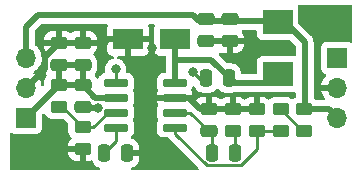
<source format=gtl>
G04 #@! TF.GenerationSoftware,KiCad,Pcbnew,(6.0.4)*
G04 #@! TF.CreationDate,2022-05-06T11:38:26-05:00*
G04 #@! TF.ProjectId,12v_buck_converter,3132765f-6275-4636-9b5f-636f6e766572,rev?*
G04 #@! TF.SameCoordinates,Original*
G04 #@! TF.FileFunction,Copper,L1,Top*
G04 #@! TF.FilePolarity,Positive*
%FSLAX46Y46*%
G04 Gerber Fmt 4.6, Leading zero omitted, Abs format (unit mm)*
G04 Created by KiCad (PCBNEW (6.0.4)) date 2022-05-06 11:38:26*
%MOMM*%
%LPD*%
G01*
G04 APERTURE LIST*
G04 Aperture macros list*
%AMRoundRect*
0 Rectangle with rounded corners*
0 $1 Rounding radius*
0 $2 $3 $4 $5 $6 $7 $8 $9 X,Y pos of 4 corners*
0 Add a 4 corners polygon primitive as box body*
4,1,4,$2,$3,$4,$5,$6,$7,$8,$9,$2,$3,0*
0 Add four circle primitives for the rounded corners*
1,1,$1+$1,$2,$3*
1,1,$1+$1,$4,$5*
1,1,$1+$1,$6,$7*
1,1,$1+$1,$8,$9*
0 Add four rect primitives between the rounded corners*
20,1,$1+$1,$2,$3,$4,$5,0*
20,1,$1+$1,$4,$5,$6,$7,0*
20,1,$1+$1,$6,$7,$8,$9,0*
20,1,$1+$1,$8,$9,$2,$3,0*%
G04 Aperture macros list end*
G04 #@! TA.AperFunction,SMDPad,CuDef*
%ADD10RoundRect,0.250000X-0.475000X0.250000X-0.475000X-0.250000X0.475000X-0.250000X0.475000X0.250000X0*%
G04 #@! TD*
G04 #@! TA.AperFunction,ComponentPad*
%ADD11R,1.700000X1.700000*%
G04 #@! TD*
G04 #@! TA.AperFunction,ComponentPad*
%ADD12O,1.700000X1.700000*%
G04 #@! TD*
G04 #@! TA.AperFunction,SMDPad,CuDef*
%ADD13RoundRect,0.250000X-0.250000X-0.475000X0.250000X-0.475000X0.250000X0.475000X-0.250000X0.475000X0*%
G04 #@! TD*
G04 #@! TA.AperFunction,SMDPad,CuDef*
%ADD14RoundRect,0.250000X0.475000X-0.250000X0.475000X0.250000X-0.475000X0.250000X-0.475000X-0.250000X0*%
G04 #@! TD*
G04 #@! TA.AperFunction,SMDPad,CuDef*
%ADD15RoundRect,0.250000X-0.450000X0.262500X-0.450000X-0.262500X0.450000X-0.262500X0.450000X0.262500X0*%
G04 #@! TD*
G04 #@! TA.AperFunction,SMDPad,CuDef*
%ADD16R,2.500000X2.000000*%
G04 #@! TD*
G04 #@! TA.AperFunction,SMDPad,CuDef*
%ADD17RoundRect,0.042000X-0.943000X-0.258000X0.943000X-0.258000X0.943000X0.258000X-0.943000X0.258000X0*%
G04 #@! TD*
G04 #@! TA.AperFunction,SMDPad,CuDef*
%ADD18RoundRect,0.250000X0.450000X-0.262500X0.450000X0.262500X-0.450000X0.262500X-0.450000X-0.262500X0*%
G04 #@! TD*
G04 #@! TA.AperFunction,SMDPad,CuDef*
%ADD19R,2.500000X1.800000*%
G04 #@! TD*
G04 #@! TA.AperFunction,SMDPad,CuDef*
%ADD20RoundRect,0.250000X0.250000X0.475000X-0.250000X0.475000X-0.250000X-0.475000X0.250000X-0.475000X0*%
G04 #@! TD*
G04 #@! TA.AperFunction,ViaPad*
%ADD21C,0.800000*%
G04 #@! TD*
G04 #@! TA.AperFunction,Conductor*
%ADD22C,0.500000*%
G04 #@! TD*
G04 #@! TA.AperFunction,Conductor*
%ADD23C,0.250000*%
G04 #@! TD*
G04 APERTURE END LIST*
D10*
X69088000Y-101666000D03*
X69088000Y-103566000D03*
D11*
X78184000Y-104960000D03*
D12*
X78184000Y-107500000D03*
X78184000Y-110040000D03*
D13*
X67630000Y-113030000D03*
X69530000Y-113030000D03*
D14*
X56642000Y-105598000D03*
X56642000Y-103698000D03*
X54610000Y-105598000D03*
X54610000Y-103698000D03*
D11*
X51816000Y-110040000D03*
D12*
X51816000Y-107500000D03*
X51816000Y-104960000D03*
D10*
X56642000Y-107254000D03*
X56642000Y-109154000D03*
D14*
X67310000Y-111186000D03*
X67310000Y-109286000D03*
D15*
X73406000Y-109323500D03*
X73406000Y-111148500D03*
D16*
X73152000Y-106340000D03*
X73152000Y-101940000D03*
D15*
X75390000Y-109323500D03*
X75390000Y-111148500D03*
D17*
X59506000Y-107061000D03*
X59506000Y-108331000D03*
X59506000Y-109601000D03*
X59506000Y-110871000D03*
X64446000Y-110871000D03*
X64446000Y-109601000D03*
X64446000Y-108331000D03*
X64446000Y-107061000D03*
D15*
X56642000Y-110847500D03*
X56642000Y-112672500D03*
D10*
X67056000Y-101666000D03*
X67056000Y-103566000D03*
D18*
X71374000Y-111148500D03*
X71374000Y-109323500D03*
D19*
X64484000Y-103378000D03*
X60484000Y-103378000D03*
D15*
X54610000Y-107291500D03*
X54610000Y-109116500D03*
D13*
X58486000Y-113030000D03*
X60386000Y-113030000D03*
D18*
X69342000Y-111148500D03*
X69342000Y-109323500D03*
D20*
X69022000Y-106680000D03*
X67122000Y-106680000D03*
D21*
X61976000Y-109728000D03*
X62484000Y-104140000D03*
X57912000Y-109220000D03*
X61976000Y-108458000D03*
X54610000Y-112776000D03*
X61976000Y-107188000D03*
X70866000Y-103632000D03*
X61976000Y-110998000D03*
X58420000Y-103632000D03*
X61976000Y-105918000D03*
X61976000Y-112268000D03*
X59436000Y-105918000D03*
X66012177Y-106199823D03*
D22*
X51816000Y-102362000D02*
X52832000Y-101346000D01*
X75438000Y-109323500D02*
X77467500Y-109323500D01*
X52832000Y-101346000D02*
X65974000Y-101346000D01*
X51816000Y-104960000D02*
X51816000Y-102362000D01*
X66482000Y-101854000D02*
X73660000Y-101854000D01*
X65974000Y-101346000D02*
X66482000Y-101854000D01*
X73660000Y-101854000D02*
X75438000Y-103632000D01*
X77467500Y-109323500D02*
X78184000Y-110040000D01*
X75438000Y-103632000D02*
X75438000Y-109323500D01*
X51861500Y-110040000D02*
X54610000Y-107291500D01*
X51816000Y-110040000D02*
X51861500Y-110040000D01*
X54610000Y-105598000D02*
X54610000Y-107291500D01*
X54610000Y-107291500D02*
X56604500Y-107291500D01*
X56642000Y-105598000D02*
X54610000Y-105598000D01*
X56642000Y-105598000D02*
X56642000Y-107254000D01*
X59506000Y-108331000D02*
X57719000Y-108331000D01*
X57719000Y-108331000D02*
X56642000Y-107254000D01*
X56604500Y-107291500D02*
X56642000Y-107254000D01*
X65659000Y-108331000D02*
X64446000Y-108331000D01*
X57912000Y-109220000D02*
X56708000Y-109220000D01*
X56708000Y-109220000D02*
X56642000Y-109154000D01*
X66614000Y-109286000D02*
X65659000Y-108331000D01*
X54713500Y-112672500D02*
X54610000Y-112776000D01*
X53435480Y-105880520D02*
X53435480Y-104872520D01*
X53435480Y-104872520D02*
X54610000Y-103698000D01*
X56642000Y-112672500D02*
X54713500Y-112672500D01*
X51816000Y-107500000D02*
X53435480Y-105880520D01*
X67310000Y-109286000D02*
X66614000Y-109286000D01*
X73152000Y-107102000D02*
X69510000Y-107102000D01*
X64484000Y-103378000D02*
X64484000Y-105124000D01*
X64484000Y-107023000D02*
X64446000Y-107061000D01*
X64484000Y-105124000D02*
X64484000Y-107023000D01*
X67532000Y-105124000D02*
X64484000Y-105124000D01*
X69510000Y-107102000D02*
X67532000Y-105124000D01*
D23*
X59506000Y-105988000D02*
X59436000Y-105918000D01*
X67122000Y-107188000D02*
X67000354Y-107188000D01*
X59506000Y-107061000D02*
X59506000Y-105988000D01*
X67000354Y-107188000D02*
X66012177Y-106199823D01*
X59506000Y-112010000D02*
X59506000Y-110871000D01*
X58486000Y-113030000D02*
X59506000Y-112010000D01*
X67630000Y-113030000D02*
X67630000Y-111506000D01*
X65725000Y-109601000D02*
X64446000Y-109601000D01*
X67630000Y-111506000D02*
X67310000Y-111186000D01*
X67310000Y-111186000D02*
X65725000Y-109601000D01*
X69530000Y-111336500D02*
X69342000Y-111148500D01*
X69530000Y-113030000D02*
X69530000Y-111336500D01*
X59506000Y-109601000D02*
X58801000Y-109601000D01*
X57554500Y-110847500D02*
X56642000Y-110847500D01*
X54610000Y-109116500D02*
X54911000Y-109116500D01*
X58801000Y-109601000D02*
X57554500Y-110847500D01*
X54911000Y-109116500D02*
X56642000Y-110847500D01*
X75438000Y-111148500D02*
X75231000Y-111148500D01*
X75231000Y-111148500D02*
X73406000Y-109323500D01*
X67142027Y-114079520D02*
X70017973Y-114079520D01*
X70017973Y-114079520D02*
X71374000Y-112723493D01*
X71374000Y-112723493D02*
X71374000Y-111148500D01*
X64446000Y-111383493D02*
X67142027Y-114079520D01*
X64446000Y-110871000D02*
X64446000Y-111383493D01*
X73406000Y-111148500D02*
X71374000Y-111148500D01*
G04 #@! TA.AperFunction,Conductor*
G36*
X53413678Y-109664669D02*
G01*
X53470514Y-109707216D01*
X53476772Y-109716394D01*
X53561522Y-109853348D01*
X53686697Y-109978305D01*
X53692927Y-109982145D01*
X53692928Y-109982146D01*
X53819795Y-110060348D01*
X53837262Y-110071115D01*
X53878832Y-110084903D01*
X53998611Y-110124632D01*
X53998613Y-110124632D01*
X54005139Y-110126797D01*
X54011975Y-110127497D01*
X54011978Y-110127498D01*
X54053802Y-110131783D01*
X54109600Y-110137500D01*
X54983906Y-110137500D01*
X55052027Y-110157502D01*
X55073001Y-110174405D01*
X55396595Y-110497999D01*
X55430621Y-110560311D01*
X55433500Y-110587094D01*
X55433500Y-111160400D01*
X55433837Y-111163646D01*
X55433837Y-111163650D01*
X55438976Y-111213173D01*
X55444474Y-111266166D01*
X55446655Y-111272702D01*
X55446655Y-111272704D01*
X55480906Y-111375365D01*
X55500450Y-111433946D01*
X55593522Y-111584348D01*
X55598704Y-111589521D01*
X55680463Y-111671138D01*
X55714542Y-111733421D01*
X55709539Y-111804241D01*
X55680618Y-111849329D01*
X55598261Y-111931829D01*
X55589249Y-111943240D01*
X55504184Y-112081243D01*
X55498037Y-112094424D01*
X55446862Y-112248710D01*
X55443995Y-112262086D01*
X55434328Y-112356438D01*
X55434000Y-112362855D01*
X55434000Y-112400385D01*
X55438475Y-112415624D01*
X55439865Y-112416829D01*
X55447548Y-112418500D01*
X56770000Y-112418500D01*
X56838121Y-112438502D01*
X56884614Y-112492158D01*
X56896000Y-112544500D01*
X56896000Y-113674884D01*
X56900475Y-113690123D01*
X56901865Y-113691328D01*
X56909548Y-113692999D01*
X57139095Y-113692999D01*
X57145614Y-113692662D01*
X57241206Y-113682743D01*
X57254603Y-113679850D01*
X57351137Y-113647645D01*
X57422086Y-113645061D01*
X57483170Y-113681245D01*
X57510535Y-113727292D01*
X57544450Y-113828946D01*
X57637522Y-113979348D01*
X57762697Y-114104305D01*
X57768927Y-114108145D01*
X57768928Y-114108146D01*
X57906288Y-114192816D01*
X57913262Y-114197115D01*
X58029539Y-114235682D01*
X58060366Y-114245907D01*
X58118726Y-114286337D01*
X58145963Y-114351902D01*
X58133430Y-114421783D01*
X58085105Y-114473795D01*
X58020699Y-114491500D01*
X50634500Y-114491500D01*
X50566379Y-114471498D01*
X50519886Y-114417842D01*
X50508500Y-114365500D01*
X50508500Y-112982095D01*
X55434001Y-112982095D01*
X55434338Y-112988614D01*
X55444257Y-113084206D01*
X55447149Y-113097600D01*
X55498588Y-113251784D01*
X55504761Y-113264962D01*
X55590063Y-113402807D01*
X55599099Y-113414208D01*
X55713829Y-113528739D01*
X55725240Y-113537751D01*
X55863243Y-113622816D01*
X55876424Y-113628963D01*
X56030710Y-113680138D01*
X56044086Y-113683005D01*
X56138438Y-113692672D01*
X56144854Y-113693000D01*
X56369885Y-113693000D01*
X56385124Y-113688525D01*
X56386329Y-113687135D01*
X56388000Y-113679452D01*
X56388000Y-112944615D01*
X56383525Y-112929376D01*
X56382135Y-112928171D01*
X56374452Y-112926500D01*
X55452116Y-112926500D01*
X55436877Y-112930975D01*
X55435672Y-112932365D01*
X55434001Y-112940048D01*
X55434001Y-112982095D01*
X50508500Y-112982095D01*
X50508500Y-111434523D01*
X50528502Y-111366402D01*
X50582158Y-111319909D01*
X50652432Y-111309805D01*
X50704079Y-111331216D01*
X50704240Y-111330921D01*
X50706959Y-111332410D01*
X50710065Y-111333697D01*
X50719295Y-111340615D01*
X50855684Y-111391745D01*
X50917866Y-111398500D01*
X52714134Y-111398500D01*
X52776316Y-111391745D01*
X52912705Y-111340615D01*
X53029261Y-111253261D01*
X53116615Y-111136705D01*
X53167745Y-111000316D01*
X53174500Y-110938134D01*
X53174500Y-109851871D01*
X53194502Y-109783750D01*
X53211405Y-109762776D01*
X53280551Y-109693630D01*
X53342863Y-109659604D01*
X53413678Y-109664669D01*
G37*
G04 #@! TD.AperFunction*
G04 #@! TA.AperFunction,Conductor*
G36*
X58717775Y-102124502D02*
G01*
X58764268Y-102178158D01*
X58774372Y-102248432D01*
X58767636Y-102274730D01*
X58735522Y-102360394D01*
X58731895Y-102375649D01*
X58726369Y-102426514D01*
X58726000Y-102433328D01*
X58726000Y-103105885D01*
X58730475Y-103121124D01*
X58731865Y-103122329D01*
X58739548Y-103124000D01*
X62223884Y-103124000D01*
X62239123Y-103119525D01*
X62240328Y-103118135D01*
X62241999Y-103110452D01*
X62241999Y-102433331D01*
X62241629Y-102426510D01*
X62236105Y-102375648D01*
X62232479Y-102360396D01*
X62200364Y-102274730D01*
X62195181Y-102203923D01*
X62229102Y-102141554D01*
X62291357Y-102107424D01*
X62318346Y-102104500D01*
X62649120Y-102104500D01*
X62717241Y-102124502D01*
X62763734Y-102178158D01*
X62773838Y-102248432D01*
X62767102Y-102274729D01*
X62732255Y-102367684D01*
X62725500Y-102429866D01*
X62725500Y-104326134D01*
X62732255Y-104388316D01*
X62783385Y-104524705D01*
X62870739Y-104641261D01*
X62987295Y-104728615D01*
X63123684Y-104779745D01*
X63185866Y-104786500D01*
X63599500Y-104786500D01*
X63667621Y-104806502D01*
X63714114Y-104860158D01*
X63725500Y-104912500D01*
X63725500Y-105096165D01*
X63725258Y-105103966D01*
X63721453Y-105165298D01*
X63723506Y-105177242D01*
X63723680Y-105178257D01*
X63725500Y-105199596D01*
X63725500Y-106126500D01*
X63705498Y-106194621D01*
X63651842Y-106241114D01*
X63599500Y-106252500D01*
X63460228Y-106252500D01*
X63370453Y-106263364D01*
X63362925Y-106266344D01*
X63362923Y-106266345D01*
X63354091Y-106269842D01*
X63230217Y-106318887D01*
X63110078Y-106410078D01*
X63018887Y-106530217D01*
X63010850Y-106550517D01*
X62969555Y-106654817D01*
X62963364Y-106670453D01*
X62952500Y-106760228D01*
X62952500Y-107361772D01*
X62963364Y-107451547D01*
X62966344Y-107459074D01*
X62966345Y-107459077D01*
X62986430Y-107509807D01*
X63018887Y-107591783D01*
X63024077Y-107598621D01*
X63024079Y-107598624D01*
X63040483Y-107620235D01*
X63065736Y-107686589D01*
X63051107Y-107756062D01*
X63040482Y-107772595D01*
X63024520Y-107793624D01*
X63016165Y-107808451D01*
X62966834Y-107933047D01*
X62962881Y-107948612D01*
X62953456Y-108026502D01*
X62953000Y-108034057D01*
X62953000Y-108058885D01*
X62957475Y-108074124D01*
X62958865Y-108075329D01*
X62966548Y-108077000D01*
X65920885Y-108077000D01*
X65936124Y-108072525D01*
X65937329Y-108071135D01*
X65939000Y-108063452D01*
X65939000Y-108034057D01*
X65938544Y-108026502D01*
X65929119Y-107948612D01*
X65925166Y-107933047D01*
X65875835Y-107808451D01*
X65867480Y-107793624D01*
X65851518Y-107772595D01*
X65826264Y-107706242D01*
X65840892Y-107636768D01*
X65851517Y-107620235D01*
X65867921Y-107598624D01*
X65867923Y-107598621D01*
X65873113Y-107591783D01*
X65928636Y-107451547D01*
X65928783Y-107450331D01*
X65963347Y-107391915D01*
X66026795Y-107360058D01*
X66097394Y-107367562D01*
X66152729Y-107412042D01*
X66168841Y-107444152D01*
X66173820Y-107459074D01*
X66180450Y-107478946D01*
X66273522Y-107629348D01*
X66398697Y-107754305D01*
X66404927Y-107758145D01*
X66404928Y-107758146D01*
X66542090Y-107842694D01*
X66549262Y-107847115D01*
X66616751Y-107869500D01*
X66710611Y-107900632D01*
X66710613Y-107900632D01*
X66717139Y-107902797D01*
X66723975Y-107903497D01*
X66723978Y-107903498D01*
X66767031Y-107907909D01*
X66821600Y-107913500D01*
X67422400Y-107913500D01*
X67425646Y-107913163D01*
X67425650Y-107913163D01*
X67521308Y-107903238D01*
X67521312Y-107903237D01*
X67528166Y-107902526D01*
X67534702Y-107900345D01*
X67534704Y-107900345D01*
X67666806Y-107856272D01*
X67695946Y-107846550D01*
X67846348Y-107753478D01*
X67971305Y-107628303D01*
X67973906Y-107624084D01*
X68031030Y-107583583D01*
X68101953Y-107580351D01*
X68163365Y-107615976D01*
X68169922Y-107623530D01*
X68173522Y-107629348D01*
X68298697Y-107754305D01*
X68304927Y-107758145D01*
X68304928Y-107758146D01*
X68442090Y-107842694D01*
X68449262Y-107847115D01*
X68516751Y-107869500D01*
X68610611Y-107900632D01*
X68610613Y-107900632D01*
X68617139Y-107902797D01*
X68623975Y-107903497D01*
X68623978Y-107903498D01*
X68667031Y-107907909D01*
X68721600Y-107913500D01*
X69322400Y-107913500D01*
X69325646Y-107913163D01*
X69325650Y-107913163D01*
X69421308Y-107903238D01*
X69421312Y-107903237D01*
X69428166Y-107902526D01*
X69434702Y-107900345D01*
X69434704Y-107900345D01*
X69534722Y-107866976D01*
X69574598Y-107860500D01*
X73196293Y-107860500D01*
X73291948Y-107849348D01*
X73306538Y-107848500D01*
X74450134Y-107848500D01*
X74462884Y-107847115D01*
X74504464Y-107842598D01*
X74512316Y-107841745D01*
X74519712Y-107838972D01*
X74524352Y-107837869D01*
X74595253Y-107841570D01*
X74652896Y-107883015D01*
X74678983Y-107949045D01*
X74679500Y-107960451D01*
X74679500Y-108260550D01*
X74659498Y-108328671D01*
X74614943Y-108367655D01*
X74616054Y-108369450D01*
X74465652Y-108462522D01*
X74464157Y-108460106D01*
X74410399Y-108481847D01*
X74340639Y-108468655D01*
X74329442Y-108461470D01*
X74329303Y-108461695D01*
X74184968Y-108372725D01*
X74184966Y-108372724D01*
X74178738Y-108368885D01*
X74047809Y-108325458D01*
X74017389Y-108315368D01*
X74017387Y-108315368D01*
X74010861Y-108313203D01*
X74004025Y-108312503D01*
X74004022Y-108312502D01*
X73960969Y-108308091D01*
X73906400Y-108302500D01*
X72905600Y-108302500D01*
X72902354Y-108302837D01*
X72902350Y-108302837D01*
X72806692Y-108312762D01*
X72806688Y-108312763D01*
X72799834Y-108313474D01*
X72793298Y-108315655D01*
X72793296Y-108315655D01*
X72712569Y-108342588D01*
X72632054Y-108369450D01*
X72481652Y-108462522D01*
X72476479Y-108467704D01*
X72470742Y-108472251D01*
X72469402Y-108470560D01*
X72416431Y-108499543D01*
X72345611Y-108494538D01*
X72308672Y-108470843D01*
X72307917Y-108471799D01*
X72290760Y-108458249D01*
X72152757Y-108373184D01*
X72139576Y-108367037D01*
X71985290Y-108315862D01*
X71971914Y-108312995D01*
X71877562Y-108303328D01*
X71871145Y-108303000D01*
X71646115Y-108303000D01*
X71630876Y-108307475D01*
X71629671Y-108308865D01*
X71628000Y-108316548D01*
X71628000Y-109451500D01*
X71607998Y-109519621D01*
X71554342Y-109566114D01*
X71502000Y-109577500D01*
X68176479Y-109577500D01*
X68108358Y-109557498D01*
X68093966Y-109546724D01*
X68088135Y-109541671D01*
X68080452Y-109540000D01*
X67182000Y-109540000D01*
X67113879Y-109519998D01*
X67067386Y-109466342D01*
X67056000Y-109414000D01*
X67056000Y-109013885D01*
X67564000Y-109013885D01*
X67568475Y-109029124D01*
X67569865Y-109030329D01*
X67577548Y-109032000D01*
X68500521Y-109032000D01*
X68568642Y-109052002D01*
X68583034Y-109062776D01*
X68588865Y-109067829D01*
X68596548Y-109069500D01*
X69069885Y-109069500D01*
X69085124Y-109065025D01*
X69086329Y-109063635D01*
X69088000Y-109055952D01*
X69088000Y-109051385D01*
X69596000Y-109051385D01*
X69600475Y-109066624D01*
X69601865Y-109067829D01*
X69609548Y-109069500D01*
X71101885Y-109069500D01*
X71117124Y-109065025D01*
X71118329Y-109063635D01*
X71120000Y-109055952D01*
X71120000Y-108321116D01*
X71115525Y-108305877D01*
X71114135Y-108304672D01*
X71106452Y-108303001D01*
X70876905Y-108303001D01*
X70870386Y-108303338D01*
X70774794Y-108313257D01*
X70761400Y-108316149D01*
X70607216Y-108367588D01*
X70594038Y-108373761D01*
X70456193Y-108459063D01*
X70439055Y-108472646D01*
X70437704Y-108470942D01*
X70384786Y-108499896D01*
X70313966Y-108494893D01*
X70276606Y-108470926D01*
X70275917Y-108471799D01*
X70258760Y-108458249D01*
X70120757Y-108373184D01*
X70107576Y-108367037D01*
X69953290Y-108315862D01*
X69939914Y-108312995D01*
X69845562Y-108303328D01*
X69839145Y-108303000D01*
X69614115Y-108303000D01*
X69598876Y-108307475D01*
X69597671Y-108308865D01*
X69596000Y-108316548D01*
X69596000Y-109051385D01*
X69088000Y-109051385D01*
X69088000Y-108321116D01*
X69083525Y-108305877D01*
X69082135Y-108304672D01*
X69074452Y-108303001D01*
X68844905Y-108303001D01*
X68838386Y-108303338D01*
X68742794Y-108313257D01*
X68729400Y-108316149D01*
X68575216Y-108367588D01*
X68562038Y-108373761D01*
X68419951Y-108461688D01*
X68351499Y-108480526D01*
X68283730Y-108459365D01*
X68264633Y-108443720D01*
X68263173Y-108442263D01*
X68251760Y-108433249D01*
X68113757Y-108348184D01*
X68100576Y-108342037D01*
X67946290Y-108290862D01*
X67932914Y-108287995D01*
X67838562Y-108278328D01*
X67832145Y-108278000D01*
X67582115Y-108278000D01*
X67566876Y-108282475D01*
X67565671Y-108283865D01*
X67564000Y-108291548D01*
X67564000Y-109013885D01*
X67056000Y-109013885D01*
X67056000Y-108296116D01*
X67051525Y-108280877D01*
X67050135Y-108279672D01*
X67042452Y-108278001D01*
X66787905Y-108278001D01*
X66781386Y-108278338D01*
X66685794Y-108288257D01*
X66672400Y-108291149D01*
X66518216Y-108342588D01*
X66505038Y-108348761D01*
X66367193Y-108434063D01*
X66355792Y-108443099D01*
X66241261Y-108557829D01*
X66232249Y-108569240D01*
X66172260Y-108666561D01*
X66119488Y-108714054D01*
X66049417Y-108725478D01*
X65984293Y-108697204D01*
X65944793Y-108638210D01*
X65939858Y-108606036D01*
X65934525Y-108587876D01*
X65933135Y-108586671D01*
X65925452Y-108585000D01*
X62971115Y-108585000D01*
X62955876Y-108589475D01*
X62954671Y-108590865D01*
X62953000Y-108598548D01*
X62953000Y-108627943D01*
X62953456Y-108635498D01*
X62962881Y-108713388D01*
X62966834Y-108728953D01*
X63016165Y-108853549D01*
X63024520Y-108868376D01*
X63040482Y-108889405D01*
X63065736Y-108955758D01*
X63051108Y-109025232D01*
X63040483Y-109041765D01*
X63024079Y-109063376D01*
X63024077Y-109063379D01*
X63018887Y-109070217D01*
X62963364Y-109210453D01*
X62952500Y-109300228D01*
X62952500Y-109901772D01*
X62963364Y-109991547D01*
X63018887Y-110131783D01*
X63024079Y-110138623D01*
X63040169Y-110159821D01*
X63065422Y-110226174D01*
X63050794Y-110295647D01*
X63040169Y-110312179D01*
X63018887Y-110340217D01*
X62990604Y-110411652D01*
X62978353Y-110442596D01*
X62963364Y-110480453D01*
X62952500Y-110570228D01*
X62952500Y-111171772D01*
X62963364Y-111261547D01*
X62966344Y-111269075D01*
X62966345Y-111269077D01*
X62982809Y-111310661D01*
X63018887Y-111401783D01*
X63110078Y-111521922D01*
X63230217Y-111613113D01*
X63270929Y-111629232D01*
X63362923Y-111665655D01*
X63362925Y-111665656D01*
X63370453Y-111668636D01*
X63460228Y-111679500D01*
X63813196Y-111679500D01*
X63881317Y-111699502D01*
X63921649Y-111741361D01*
X63937418Y-111768025D01*
X63937421Y-111768029D01*
X63941458Y-111774855D01*
X63955779Y-111789176D01*
X63968619Y-111804209D01*
X63980528Y-111820600D01*
X63986634Y-111825651D01*
X64014605Y-111848791D01*
X64023384Y-111856781D01*
X66443007Y-114276405D01*
X66477033Y-114338717D01*
X66471968Y-114409533D01*
X66429421Y-114466368D01*
X66362901Y-114491179D01*
X66353912Y-114491500D01*
X60850091Y-114491500D01*
X60781970Y-114471498D01*
X60735477Y-114417842D01*
X60725373Y-114347568D01*
X60754867Y-114282988D01*
X60810215Y-114245976D01*
X60952784Y-114198412D01*
X60965962Y-114192239D01*
X61103807Y-114106937D01*
X61115208Y-114097901D01*
X61229739Y-113983171D01*
X61238751Y-113971760D01*
X61323816Y-113833757D01*
X61329963Y-113820576D01*
X61381138Y-113666290D01*
X61384005Y-113652914D01*
X61393672Y-113558562D01*
X61394000Y-113552146D01*
X61394000Y-113302115D01*
X61389525Y-113286876D01*
X61388135Y-113285671D01*
X61380452Y-113284000D01*
X60258000Y-113284000D01*
X60189879Y-113263998D01*
X60143386Y-113210342D01*
X60132000Y-113158000D01*
X60132000Y-112902000D01*
X60152002Y-112833879D01*
X60205658Y-112787386D01*
X60258000Y-112776000D01*
X61375884Y-112776000D01*
X61391123Y-112771525D01*
X61392328Y-112770135D01*
X61393999Y-112762452D01*
X61393999Y-112507905D01*
X61393662Y-112501386D01*
X61383743Y-112405794D01*
X61380851Y-112392400D01*
X61329412Y-112238216D01*
X61323239Y-112225038D01*
X61237937Y-112087193D01*
X61228901Y-112075792D01*
X61114171Y-111961261D01*
X61102760Y-111952249D01*
X60964757Y-111867184D01*
X60951576Y-111861037D01*
X60791430Y-111807918D01*
X60733070Y-111767487D01*
X60705834Y-111701922D01*
X60718368Y-111632041D01*
X60754918Y-111587962D01*
X60841922Y-111521922D01*
X60933113Y-111401783D01*
X60969191Y-111310661D01*
X60985655Y-111269077D01*
X60985656Y-111269075D01*
X60988636Y-111261547D01*
X60999500Y-111171772D01*
X60999500Y-110570228D01*
X60988636Y-110480453D01*
X60973648Y-110442596D01*
X60961396Y-110411652D01*
X60933113Y-110340217D01*
X60911831Y-110312179D01*
X60886578Y-110245826D01*
X60901206Y-110176353D01*
X60911831Y-110159821D01*
X60927921Y-110138623D01*
X60933113Y-110131783D01*
X60988636Y-109991547D01*
X60999500Y-109901772D01*
X60999500Y-109300228D01*
X60988636Y-109210453D01*
X60933113Y-109070217D01*
X60911831Y-109042179D01*
X60886578Y-108975826D01*
X60901206Y-108906353D01*
X60911831Y-108889821D01*
X60927921Y-108868623D01*
X60933113Y-108861783D01*
X60974956Y-108756100D01*
X60985655Y-108729077D01*
X60985656Y-108729075D01*
X60988636Y-108721547D01*
X60999500Y-108631772D01*
X60999500Y-108030228D01*
X60988636Y-107940453D01*
X60933113Y-107800217D01*
X60911831Y-107772179D01*
X60886578Y-107705826D01*
X60901206Y-107636353D01*
X60911831Y-107619821D01*
X60933113Y-107591783D01*
X60965570Y-107509807D01*
X60985655Y-107459077D01*
X60985656Y-107459074D01*
X60988636Y-107451547D01*
X60999500Y-107361772D01*
X60999500Y-106760228D01*
X60988636Y-106670453D01*
X60982446Y-106654817D01*
X60941150Y-106550517D01*
X60933113Y-106530217D01*
X60841922Y-106410078D01*
X60721783Y-106318887D01*
X60597909Y-106269842D01*
X60589077Y-106266345D01*
X60589075Y-106266344D01*
X60581547Y-106263364D01*
X60491772Y-106252500D01*
X60453704Y-106252500D01*
X60385583Y-106232498D01*
X60339090Y-106178842D01*
X60329093Y-106109311D01*
X60329542Y-106107928D01*
X60332832Y-106076632D01*
X60348814Y-105924565D01*
X60349504Y-105918000D01*
X60333763Y-105768235D01*
X60330232Y-105734635D01*
X60330232Y-105734633D01*
X60329542Y-105728072D01*
X60270527Y-105546444D01*
X60249822Y-105510581D01*
X60221664Y-105461811D01*
X60175040Y-105381056D01*
X60091675Y-105288469D01*
X60051675Y-105244045D01*
X60051674Y-105244044D01*
X60047253Y-105239134D01*
X59892752Y-105126882D01*
X59886724Y-105124198D01*
X59886722Y-105124197D01*
X59724319Y-105051891D01*
X59724318Y-105051891D01*
X59718288Y-105049206D01*
X59652616Y-105035247D01*
X59590143Y-105001519D01*
X59555821Y-104939369D01*
X59560549Y-104868530D01*
X59602825Y-104811492D01*
X59669226Y-104786365D01*
X59678813Y-104786000D01*
X60211885Y-104786000D01*
X60227124Y-104781525D01*
X60228329Y-104780135D01*
X60230000Y-104772452D01*
X60230000Y-104767884D01*
X60738000Y-104767884D01*
X60742475Y-104783123D01*
X60743865Y-104784328D01*
X60751548Y-104785999D01*
X61778669Y-104785999D01*
X61785490Y-104785629D01*
X61836352Y-104780105D01*
X61851604Y-104776479D01*
X61972054Y-104731324D01*
X61987649Y-104722786D01*
X62089724Y-104646285D01*
X62102285Y-104633724D01*
X62178786Y-104531649D01*
X62187324Y-104516054D01*
X62232478Y-104395606D01*
X62236105Y-104380351D01*
X62241631Y-104329486D01*
X62242000Y-104322672D01*
X62242000Y-103650115D01*
X62237525Y-103634876D01*
X62236135Y-103633671D01*
X62228452Y-103632000D01*
X60756115Y-103632000D01*
X60740876Y-103636475D01*
X60739671Y-103637865D01*
X60738000Y-103645548D01*
X60738000Y-104767884D01*
X60230000Y-104767884D01*
X60230000Y-103650115D01*
X60225525Y-103634876D01*
X60224135Y-103633671D01*
X60216452Y-103632000D01*
X58744116Y-103632000D01*
X58728877Y-103636475D01*
X58727672Y-103637865D01*
X58726001Y-103645548D01*
X58726001Y-104322669D01*
X58726371Y-104329490D01*
X58731895Y-104380352D01*
X58735521Y-104395604D01*
X58780676Y-104516054D01*
X58789214Y-104531649D01*
X58865715Y-104633724D01*
X58878276Y-104646285D01*
X58980351Y-104722786D01*
X58995946Y-104731324D01*
X59116394Y-104776478D01*
X59131649Y-104780105D01*
X59182514Y-104785631D01*
X59189328Y-104786000D01*
X59193187Y-104786000D01*
X59261308Y-104806002D01*
X59307801Y-104859658D01*
X59317905Y-104929932D01*
X59288411Y-104994512D01*
X59228685Y-105032896D01*
X59219386Y-105035246D01*
X59153712Y-105049206D01*
X59147682Y-105051891D01*
X59147681Y-105051891D01*
X58985278Y-105124197D01*
X58985276Y-105124198D01*
X58979248Y-105126882D01*
X58824747Y-105239134D01*
X58820326Y-105244044D01*
X58820325Y-105244045D01*
X58780326Y-105288469D01*
X58696960Y-105381056D01*
X58650336Y-105461811D01*
X58622179Y-105510581D01*
X58601473Y-105546444D01*
X58542458Y-105728072D01*
X58541768Y-105734633D01*
X58541768Y-105734635D01*
X58538237Y-105768235D01*
X58522496Y-105918000D01*
X58523186Y-105924565D01*
X58539169Y-106076632D01*
X58542458Y-106107928D01*
X58543850Y-106112211D01*
X58538507Y-106182224D01*
X58495690Y-106238856D01*
X58445897Y-106258695D01*
X58446330Y-106260401D01*
X58438494Y-106262391D01*
X58430453Y-106263364D01*
X58422925Y-106266344D01*
X58422923Y-106266345D01*
X58414091Y-106269842D01*
X58290217Y-106318887D01*
X58170078Y-106410078D01*
X58078887Y-106530217D01*
X58075726Y-106538201D01*
X58029555Y-106654817D01*
X57985881Y-106710790D01*
X57918878Y-106734267D01*
X57849819Y-106717791D01*
X57805259Y-106674736D01*
X57803533Y-106671946D01*
X57715478Y-106529652D01*
X57700890Y-106515089D01*
X57666812Y-106452806D01*
X57671816Y-106381986D01*
X57700736Y-106336899D01*
X57711134Y-106326483D01*
X57716305Y-106321303D01*
X57726523Y-106304726D01*
X57805275Y-106176968D01*
X57805276Y-106176966D01*
X57809115Y-106170738D01*
X57864797Y-106002861D01*
X57875500Y-105898400D01*
X57875500Y-105297600D01*
X57870361Y-105248069D01*
X57865238Y-105198692D01*
X57865237Y-105198688D01*
X57864526Y-105191834D01*
X57859997Y-105178257D01*
X57810868Y-105031002D01*
X57808550Y-105024054D01*
X57715478Y-104873652D01*
X57590303Y-104748695D01*
X57585765Y-104745898D01*
X57545176Y-104688647D01*
X57541946Y-104617724D01*
X57577572Y-104556313D01*
X57586068Y-104548938D01*
X57596207Y-104540902D01*
X57710739Y-104426171D01*
X57719751Y-104414760D01*
X57804816Y-104276757D01*
X57810963Y-104263576D01*
X57862138Y-104109290D01*
X57865005Y-104095914D01*
X57874672Y-104001562D01*
X57875000Y-103995146D01*
X57875000Y-103970115D01*
X57870525Y-103954876D01*
X57869135Y-103953671D01*
X57861452Y-103952000D01*
X53395116Y-103952000D01*
X53379877Y-103956475D01*
X53378672Y-103957865D01*
X53377001Y-103965548D01*
X53377001Y-103995095D01*
X53377338Y-104001614D01*
X53387257Y-104097206D01*
X53390149Y-104110600D01*
X53441588Y-104264784D01*
X53447761Y-104277962D01*
X53533063Y-104415807D01*
X53542099Y-104427208D01*
X53656828Y-104541738D01*
X53665762Y-104548794D01*
X53706823Y-104606712D01*
X53710053Y-104677635D01*
X53674426Y-104739046D01*
X53666593Y-104745846D01*
X53660652Y-104749522D01*
X53535695Y-104874697D01*
X53531855Y-104880927D01*
X53531854Y-104880928D01*
X53461840Y-104994512D01*
X53442885Y-105025262D01*
X53440581Y-105032209D01*
X53420867Y-105091645D01*
X53380437Y-105150005D01*
X53314873Y-105177242D01*
X53244991Y-105164709D01*
X53192979Y-105116384D01*
X53175350Y-105047611D01*
X53176352Y-105035533D01*
X53177092Y-105029914D01*
X53177093Y-105029902D01*
X53177529Y-105026590D01*
X53178747Y-104976739D01*
X53179074Y-104963365D01*
X53179074Y-104963361D01*
X53179156Y-104960000D01*
X53160852Y-104737361D01*
X53106431Y-104520702D01*
X53017354Y-104315840D01*
X52910394Y-104150505D01*
X52898822Y-104132617D01*
X52898820Y-104132614D01*
X52896014Y-104128277D01*
X52745670Y-103963051D01*
X52739104Y-103957865D01*
X52622407Y-103865703D01*
X52581345Y-103807785D01*
X52574500Y-103766821D01*
X52574500Y-103425885D01*
X53377000Y-103425885D01*
X53381475Y-103441124D01*
X53382865Y-103442329D01*
X53390548Y-103444000D01*
X54337885Y-103444000D01*
X54353124Y-103439525D01*
X54354329Y-103438135D01*
X54356000Y-103430452D01*
X54356000Y-103425885D01*
X54864000Y-103425885D01*
X54868475Y-103441124D01*
X54869865Y-103442329D01*
X54877548Y-103444000D01*
X56369885Y-103444000D01*
X56385124Y-103439525D01*
X56386329Y-103438135D01*
X56388000Y-103430452D01*
X56388000Y-103425885D01*
X56896000Y-103425885D01*
X56900475Y-103441124D01*
X56901865Y-103442329D01*
X56909548Y-103444000D01*
X57856884Y-103444000D01*
X57872123Y-103439525D01*
X57873328Y-103438135D01*
X57874999Y-103430452D01*
X57874999Y-103400905D01*
X57874662Y-103394386D01*
X57864743Y-103298794D01*
X57861851Y-103285400D01*
X57810412Y-103131216D01*
X57804239Y-103118038D01*
X57718937Y-102980193D01*
X57709901Y-102968792D01*
X57595171Y-102854261D01*
X57583760Y-102845249D01*
X57445757Y-102760184D01*
X57432576Y-102754037D01*
X57278290Y-102702862D01*
X57264914Y-102699995D01*
X57170562Y-102690328D01*
X57164145Y-102690000D01*
X56914115Y-102690000D01*
X56898876Y-102694475D01*
X56897671Y-102695865D01*
X56896000Y-102703548D01*
X56896000Y-103425885D01*
X56388000Y-103425885D01*
X56388000Y-102708116D01*
X56383525Y-102692877D01*
X56382135Y-102691672D01*
X56374452Y-102690001D01*
X56119905Y-102690001D01*
X56113386Y-102690338D01*
X56017794Y-102700257D01*
X56004400Y-102703149D01*
X55850216Y-102754588D01*
X55837038Y-102760761D01*
X55692965Y-102849917D01*
X55691337Y-102847286D01*
X55638418Y-102868696D01*
X55568656Y-102855515D01*
X55558175Y-102848792D01*
X55557991Y-102849090D01*
X55413757Y-102760184D01*
X55400576Y-102754037D01*
X55246290Y-102702862D01*
X55232914Y-102699995D01*
X55138562Y-102690328D01*
X55132145Y-102690000D01*
X54882115Y-102690000D01*
X54866876Y-102694475D01*
X54865671Y-102695865D01*
X54864000Y-102703548D01*
X54864000Y-103425885D01*
X54356000Y-103425885D01*
X54356000Y-102708116D01*
X54351525Y-102692877D01*
X54350135Y-102691672D01*
X54342452Y-102690001D01*
X54087905Y-102690001D01*
X54081386Y-102690338D01*
X53985794Y-102700257D01*
X53972400Y-102703149D01*
X53818216Y-102754588D01*
X53805038Y-102760761D01*
X53667193Y-102846063D01*
X53655792Y-102855099D01*
X53541261Y-102969829D01*
X53532249Y-102981240D01*
X53447184Y-103119243D01*
X53441037Y-103132424D01*
X53389862Y-103286710D01*
X53386995Y-103300086D01*
X53377328Y-103394438D01*
X53377000Y-103400855D01*
X53377000Y-103425885D01*
X52574500Y-103425885D01*
X52574500Y-102728371D01*
X52594502Y-102660250D01*
X52611405Y-102639276D01*
X53109276Y-102141405D01*
X53171588Y-102107379D01*
X53198371Y-102104500D01*
X58649654Y-102104500D01*
X58717775Y-102124502D01*
G37*
G04 #@! TD.AperFunction*
G04 #@! TA.AperFunction,Conductor*
G36*
X79433621Y-100528502D02*
G01*
X79480114Y-100582158D01*
X79491500Y-100634500D01*
X79491500Y-103565477D01*
X79471498Y-103633598D01*
X79417842Y-103680091D01*
X79347568Y-103690195D01*
X79295921Y-103668784D01*
X79295760Y-103669079D01*
X79293041Y-103667590D01*
X79289935Y-103666303D01*
X79280705Y-103659385D01*
X79144316Y-103608255D01*
X79082134Y-103601500D01*
X77285866Y-103601500D01*
X77223684Y-103608255D01*
X77087295Y-103659385D01*
X76970739Y-103746739D01*
X76883385Y-103863295D01*
X76832255Y-103999684D01*
X76825500Y-104061866D01*
X76825500Y-105858134D01*
X76832255Y-105920316D01*
X76883385Y-106056705D01*
X76970739Y-106173261D01*
X77087295Y-106260615D01*
X77095704Y-106263767D01*
X77095705Y-106263768D01*
X77204960Y-106304726D01*
X77261725Y-106347367D01*
X77286425Y-106413929D01*
X77271218Y-106483278D01*
X77251825Y-106509759D01*
X77128590Y-106638717D01*
X77122104Y-106646727D01*
X77002098Y-106822649D01*
X76997000Y-106831623D01*
X76907338Y-107024783D01*
X76903775Y-107034470D01*
X76848389Y-107234183D01*
X76849912Y-107242607D01*
X76862292Y-107246000D01*
X78312000Y-107246000D01*
X78380121Y-107266002D01*
X78426614Y-107319658D01*
X78438000Y-107372000D01*
X78438000Y-107628000D01*
X78417998Y-107696121D01*
X78364342Y-107742614D01*
X78312000Y-107754000D01*
X76867225Y-107754000D01*
X76853694Y-107757973D01*
X76852257Y-107767966D01*
X76882565Y-107902446D01*
X76885645Y-107912275D01*
X76965770Y-108109603D01*
X76970413Y-108118794D01*
X77081694Y-108300388D01*
X77087772Y-108308691D01*
X77129187Y-108356503D01*
X77158669Y-108421089D01*
X77148554Y-108491361D01*
X77102053Y-108545009D01*
X77033949Y-108565000D01*
X76468915Y-108565000D01*
X76400794Y-108544998D01*
X76379897Y-108528173D01*
X76318483Y-108466866D01*
X76313303Y-108461695D01*
X76307069Y-108457852D01*
X76256383Y-108426608D01*
X76208890Y-108373836D01*
X76196500Y-108319349D01*
X76196500Y-103699070D01*
X76197933Y-103680120D01*
X76200099Y-103665885D01*
X76200099Y-103665881D01*
X76201199Y-103658651D01*
X76200134Y-103645548D01*
X76196915Y-103605982D01*
X76196500Y-103595767D01*
X76196500Y-103587707D01*
X76193209Y-103559480D01*
X76192778Y-103555121D01*
X76187453Y-103489660D01*
X76186860Y-103482364D01*
X76184605Y-103475403D01*
X76183418Y-103469463D01*
X76182029Y-103463588D01*
X76181182Y-103456319D01*
X76156264Y-103387670D01*
X76154847Y-103383542D01*
X76134607Y-103321064D01*
X76134606Y-103321062D01*
X76132351Y-103314101D01*
X76128555Y-103307846D01*
X76126049Y-103302372D01*
X76123330Y-103296942D01*
X76120833Y-103290063D01*
X76080814Y-103229024D01*
X76078467Y-103225305D01*
X76040595Y-103162893D01*
X76033197Y-103154516D01*
X76033224Y-103154492D01*
X76030571Y-103151500D01*
X76027868Y-103148267D01*
X76023856Y-103142148D01*
X75967617Y-103088872D01*
X75965175Y-103086494D01*
X74947405Y-102068724D01*
X74913379Y-102006412D01*
X74910500Y-101979629D01*
X74910500Y-100891866D01*
X74903745Y-100829684D01*
X74852615Y-100693295D01*
X74851362Y-100691623D01*
X74836934Y-100625650D01*
X74861671Y-100559103D01*
X74918460Y-100516493D01*
X74962623Y-100508500D01*
X79365500Y-100508500D01*
X79433621Y-100528502D01*
G37*
G04 #@! TD.AperFunction*
G04 #@! TA.AperFunction,Conductor*
G36*
X53303913Y-105231232D02*
G01*
X53357131Y-105278226D01*
X53376500Y-105345351D01*
X53376500Y-105898400D01*
X53376837Y-105901646D01*
X53376837Y-105901650D01*
X53379542Y-105927715D01*
X53387474Y-106004166D01*
X53443450Y-106171946D01*
X53536522Y-106322348D01*
X53541704Y-106327521D01*
X53576131Y-106361888D01*
X53610210Y-106424170D01*
X53605207Y-106494991D01*
X53576286Y-106540078D01*
X53560695Y-106555697D01*
X53556855Y-106561927D01*
X53556854Y-106561928D01*
X53477730Y-106690291D01*
X53467885Y-106706262D01*
X53458596Y-106734267D01*
X53416623Y-106860814D01*
X53412203Y-106874139D01*
X53401500Y-106978600D01*
X53401500Y-107218636D01*
X53381498Y-107286757D01*
X53327842Y-107333250D01*
X53257568Y-107343354D01*
X53192988Y-107313860D01*
X53153296Y-107249332D01*
X53107214Y-107065875D01*
X53103894Y-107056124D01*
X53018972Y-106860814D01*
X53014105Y-106851739D01*
X52898426Y-106672926D01*
X52892136Y-106664757D01*
X52748806Y-106507240D01*
X52741273Y-106500215D01*
X52574139Y-106368222D01*
X52565556Y-106362520D01*
X52528602Y-106342120D01*
X52478631Y-106291687D01*
X52463859Y-106222245D01*
X52488975Y-106155839D01*
X52516327Y-106129232D01*
X52555405Y-106101358D01*
X52695860Y-106001173D01*
X52854096Y-105843489D01*
X52984453Y-105662077D01*
X53044431Y-105540721D01*
X53081136Y-105466453D01*
X53081137Y-105466451D01*
X53083430Y-105461811D01*
X53129943Y-105308721D01*
X53168883Y-105249358D01*
X53233737Y-105220471D01*
X53303913Y-105231232D01*
G37*
G04 #@! TD.AperFunction*
G04 #@! TA.AperFunction,Conductor*
G36*
X71335621Y-102632502D02*
G01*
X71382114Y-102686158D01*
X71393500Y-102738500D01*
X71393500Y-102988134D01*
X71400255Y-103050316D01*
X71451385Y-103186705D01*
X71538739Y-103303261D01*
X71655295Y-103390615D01*
X71791684Y-103441745D01*
X71853866Y-103448500D01*
X74129629Y-103448500D01*
X74197750Y-103468502D01*
X74218724Y-103485405D01*
X74642595Y-103909276D01*
X74676621Y-103971588D01*
X74679500Y-103998371D01*
X74679500Y-104719549D01*
X74659498Y-104787670D01*
X74605842Y-104834163D01*
X74535568Y-104844267D01*
X74524352Y-104842131D01*
X74519712Y-104841028D01*
X74512316Y-104838255D01*
X74450134Y-104831500D01*
X71853866Y-104831500D01*
X71791684Y-104838255D01*
X71655295Y-104889385D01*
X71538739Y-104976739D01*
X71451385Y-105093295D01*
X71400255Y-105229684D01*
X71393500Y-105291866D01*
X71393500Y-106217500D01*
X71373498Y-106285621D01*
X71319842Y-106332114D01*
X71267500Y-106343500D01*
X70156500Y-106343500D01*
X70088379Y-106323498D01*
X70041886Y-106269842D01*
X70030500Y-106217500D01*
X70030500Y-106154600D01*
X70027868Y-106129232D01*
X70020238Y-106055692D01*
X70020237Y-106055688D01*
X70019526Y-106048834D01*
X70001907Y-105996022D01*
X69965868Y-105888002D01*
X69963550Y-105881054D01*
X69870478Y-105730652D01*
X69745303Y-105605695D01*
X69594738Y-105512885D01*
X69514995Y-105486436D01*
X69433389Y-105459368D01*
X69433387Y-105459368D01*
X69426861Y-105457203D01*
X69420025Y-105456503D01*
X69420022Y-105456502D01*
X69376969Y-105452091D01*
X69322400Y-105446500D01*
X68979371Y-105446500D01*
X68911250Y-105426498D01*
X68890276Y-105409595D01*
X68214554Y-104733873D01*
X68180528Y-104671561D01*
X68185593Y-104600746D01*
X68228140Y-104543910D01*
X68294660Y-104519099D01*
X68343317Y-104525185D01*
X68451710Y-104561138D01*
X68465086Y-104564005D01*
X68559438Y-104573672D01*
X68565854Y-104574000D01*
X68815885Y-104574000D01*
X68831124Y-104569525D01*
X68832329Y-104568135D01*
X68834000Y-104560452D01*
X68834000Y-104555884D01*
X69342000Y-104555884D01*
X69346475Y-104571123D01*
X69347865Y-104572328D01*
X69355548Y-104573999D01*
X69610095Y-104573999D01*
X69616614Y-104573662D01*
X69712206Y-104563743D01*
X69725600Y-104560851D01*
X69879784Y-104509412D01*
X69892962Y-104503239D01*
X70030807Y-104417937D01*
X70042208Y-104408901D01*
X70156739Y-104294171D01*
X70165751Y-104282760D01*
X70250816Y-104144757D01*
X70256963Y-104131576D01*
X70308138Y-103977290D01*
X70311005Y-103963914D01*
X70320672Y-103869562D01*
X70321000Y-103863146D01*
X70321000Y-103838115D01*
X70316525Y-103822876D01*
X70315135Y-103821671D01*
X70307452Y-103820000D01*
X69360115Y-103820000D01*
X69344876Y-103824475D01*
X69343671Y-103825865D01*
X69342000Y-103833548D01*
X69342000Y-104555884D01*
X68834000Y-104555884D01*
X68834000Y-103838115D01*
X68829525Y-103822876D01*
X68828135Y-103821671D01*
X68820452Y-103820000D01*
X66928000Y-103820000D01*
X66859879Y-103799998D01*
X66813386Y-103746342D01*
X66802000Y-103694000D01*
X66802000Y-103438000D01*
X66822002Y-103369879D01*
X66875658Y-103323386D01*
X66928000Y-103312000D01*
X70302884Y-103312000D01*
X70318123Y-103307525D01*
X70319328Y-103306135D01*
X70320999Y-103298452D01*
X70320999Y-103268905D01*
X70320662Y-103262386D01*
X70310743Y-103166794D01*
X70307851Y-103153400D01*
X70256412Y-102999216D01*
X70250239Y-102986038D01*
X70164937Y-102848193D01*
X70155901Y-102836792D01*
X70146766Y-102827673D01*
X70112687Y-102765391D01*
X70117690Y-102694571D01*
X70160187Y-102637698D01*
X70226685Y-102612829D01*
X70235784Y-102612500D01*
X71267500Y-102612500D01*
X71335621Y-102632502D01*
G37*
G04 #@! TD.AperFunction*
M02*

</source>
